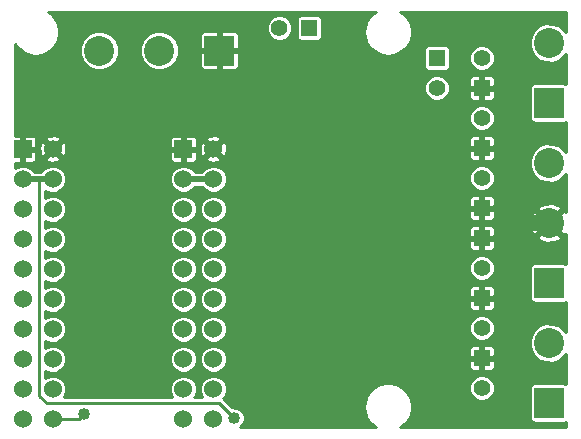
<source format=gbl>
G04 (created by PCBNEW (2013-07-07 BZR 4022)-stable) date 11/10/2013 6:39:55 PM*
%MOIN*%
G04 Gerber Fmt 3.4, Leading zero omitted, Abs format*
%FSLAX34Y34*%
G01*
G70*
G90*
G04 APERTURE LIST*
%ADD10C,0.00590551*%
%ADD11R,0.06X0.06*%
%ADD12C,0.06*%
%ADD13R,0.1X0.1*%
%ADD14C,0.1*%
%ADD15R,0.055X0.055*%
%ADD16C,0.055*%
%ADD17C,0.04*%
%ADD18C,0.065*%
%ADD19C,0.01*%
%ADD20C,0.02*%
%ADD21C,0.0544*%
G04 APERTURE END LIST*
G54D10*
G54D11*
X31450Y-52034D03*
G54D12*
X32450Y-52034D03*
X31450Y-53034D03*
X32450Y-53034D03*
X31450Y-54034D03*
X32450Y-54034D03*
X31450Y-55034D03*
X32450Y-55034D03*
X31450Y-56034D03*
X32450Y-56034D03*
X31450Y-57034D03*
X32450Y-57034D03*
X31450Y-58034D03*
X32450Y-58034D03*
X31450Y-59034D03*
X32450Y-59034D03*
X31450Y-60034D03*
X32450Y-60034D03*
X31450Y-61034D03*
X32450Y-61034D03*
G54D13*
X49000Y-56500D03*
G54D14*
X49000Y-54500D03*
X49000Y-52500D03*
G54D13*
X49000Y-60500D03*
G54D14*
X49000Y-58500D03*
G54D13*
X49000Y-50500D03*
G54D14*
X49000Y-48500D03*
G54D11*
X36800Y-52034D03*
G54D12*
X37800Y-52034D03*
X36800Y-53034D03*
X37800Y-53034D03*
X36800Y-54034D03*
X37800Y-54034D03*
X36800Y-55034D03*
X37800Y-55034D03*
X36800Y-56034D03*
X37800Y-56034D03*
X36800Y-57034D03*
X37800Y-57034D03*
X36800Y-58034D03*
X37800Y-58034D03*
X36800Y-59034D03*
X37800Y-59034D03*
X36800Y-60034D03*
X37800Y-60034D03*
X36800Y-61034D03*
X37800Y-61034D03*
G54D13*
X38000Y-48750D03*
G54D14*
X36000Y-48750D03*
X34000Y-48750D03*
G54D15*
X46750Y-50000D03*
G54D16*
X46750Y-49000D03*
G54D15*
X46750Y-52000D03*
G54D16*
X46750Y-51000D03*
G54D15*
X46750Y-54000D03*
G54D16*
X46750Y-53000D03*
G54D15*
X46750Y-55000D03*
G54D16*
X46750Y-56000D03*
G54D15*
X46750Y-57000D03*
G54D16*
X46750Y-58000D03*
G54D15*
X46750Y-59000D03*
G54D16*
X46750Y-60000D03*
G54D15*
X41000Y-48000D03*
G54D16*
X40000Y-48000D03*
G54D15*
X45250Y-49000D03*
G54D16*
X45250Y-50000D03*
G54D17*
X38500Y-61000D03*
X33500Y-60850D03*
G54D18*
X41825Y-53175D03*
X44500Y-49000D03*
X45000Y-48250D03*
X45500Y-47750D03*
X46000Y-48250D03*
X46500Y-47750D03*
X47000Y-48250D03*
X47500Y-47750D03*
X48000Y-48250D03*
X48250Y-47750D03*
X39500Y-48750D03*
X40250Y-48750D03*
X41000Y-48750D03*
X44250Y-51000D03*
X41750Y-48750D03*
X42500Y-49750D03*
X44500Y-50000D03*
X45750Y-60250D03*
X45750Y-61000D03*
X45000Y-61000D03*
X45000Y-60250D03*
X44750Y-59500D03*
X44000Y-59250D03*
X43250Y-59250D03*
X42500Y-59500D03*
X42000Y-60500D03*
X41500Y-61000D03*
X39500Y-59750D03*
X40000Y-59000D03*
X40750Y-59000D03*
X41000Y-58250D03*
X40250Y-58250D03*
X37000Y-49500D03*
X37000Y-50500D03*
X37500Y-51000D03*
X38000Y-50500D03*
X37500Y-50000D03*
X38500Y-50000D03*
X40375Y-50275D03*
G54D17*
X45125Y-53375D03*
X44625Y-53375D03*
G54D18*
X41825Y-56225D03*
G54D17*
X39725Y-55125D03*
G54D18*
X44425Y-54075D03*
X41825Y-50475D03*
X40375Y-56125D03*
X40925Y-53575D03*
X43725Y-57125D03*
X43675Y-51075D03*
X44525Y-57075D03*
X40225Y-53225D03*
X42875Y-51075D03*
X41025Y-56575D03*
G54D17*
X39325Y-52225D03*
G54D18*
X41075Y-50525D03*
X43625Y-54125D03*
X42925Y-57075D03*
X42875Y-54125D03*
G54D19*
X32000Y-60250D02*
X32000Y-53034D01*
X32250Y-60500D02*
X32000Y-60250D01*
X38000Y-60500D02*
X32250Y-60500D01*
X38500Y-61000D02*
X38000Y-60500D01*
G54D20*
X32450Y-53034D02*
X32000Y-53034D01*
X32000Y-53034D02*
X31450Y-53034D01*
X37800Y-53034D02*
X36800Y-53034D01*
G54D19*
X32450Y-61034D02*
X33316Y-61034D01*
X33316Y-61034D02*
X33500Y-60850D01*
G54D21*
X49000Y-54500D02*
X48250Y-54500D01*
G54D19*
X44500Y-50000D02*
X44500Y-49000D01*
X45000Y-48250D02*
X45500Y-47750D01*
X46000Y-48250D02*
X46500Y-47750D01*
X47000Y-48250D02*
X47500Y-47750D01*
X48000Y-48250D02*
X48250Y-48000D01*
X48250Y-48000D02*
X48250Y-47750D01*
X41000Y-48750D02*
X40250Y-48750D01*
X44500Y-50000D02*
X44250Y-50250D01*
X44250Y-50250D02*
X44250Y-51000D01*
X41750Y-49000D02*
X41750Y-48750D01*
X42500Y-49750D02*
X41750Y-49000D01*
X45000Y-61000D02*
X45750Y-61000D01*
X45000Y-59750D02*
X45000Y-60250D01*
X44750Y-59500D02*
X45000Y-59750D01*
X43250Y-59250D02*
X44000Y-59250D01*
X42500Y-60000D02*
X42500Y-59500D01*
X42000Y-60500D02*
X42500Y-60000D01*
X40750Y-61000D02*
X41500Y-61000D01*
X39500Y-59750D02*
X40750Y-61000D01*
X40750Y-59000D02*
X40000Y-59000D01*
X40250Y-58250D02*
X41000Y-58250D01*
G54D21*
X37000Y-50500D02*
X37000Y-49500D01*
X38000Y-50500D02*
X37500Y-51000D01*
X38500Y-50000D02*
X37500Y-50000D01*
X44625Y-53375D02*
X45125Y-53375D01*
G54D10*
G36*
X49550Y-61300D02*
X47175Y-61300D01*
X47175Y-59915D01*
X47175Y-57915D01*
X47175Y-55915D01*
X47175Y-52915D01*
X47175Y-50915D01*
X47175Y-48915D01*
X47110Y-48759D01*
X46991Y-48639D01*
X46834Y-48575D01*
X46665Y-48574D01*
X46509Y-48639D01*
X46389Y-48758D01*
X46325Y-48915D01*
X46324Y-49084D01*
X46389Y-49240D01*
X46508Y-49360D01*
X46665Y-49424D01*
X46834Y-49425D01*
X46990Y-49360D01*
X47110Y-49241D01*
X47174Y-49084D01*
X47175Y-48915D01*
X47175Y-50915D01*
X47175Y-50915D01*
X47175Y-50304D01*
X47175Y-49695D01*
X47152Y-49640D01*
X47110Y-49597D01*
X47054Y-49575D01*
X46995Y-49574D01*
X46837Y-49575D01*
X46800Y-49612D01*
X46800Y-49950D01*
X47137Y-49950D01*
X47175Y-49912D01*
X47175Y-49695D01*
X47175Y-50304D01*
X47175Y-50087D01*
X47137Y-50050D01*
X46800Y-50050D01*
X46800Y-50387D01*
X46837Y-50425D01*
X46995Y-50425D01*
X47054Y-50424D01*
X47110Y-50402D01*
X47152Y-50359D01*
X47175Y-50304D01*
X47175Y-50915D01*
X47110Y-50759D01*
X46991Y-50639D01*
X46834Y-50575D01*
X46700Y-50574D01*
X46700Y-50387D01*
X46700Y-50050D01*
X46700Y-49950D01*
X46700Y-49612D01*
X46662Y-49575D01*
X46504Y-49574D01*
X46445Y-49575D01*
X46389Y-49597D01*
X46347Y-49640D01*
X46324Y-49695D01*
X46325Y-49912D01*
X46362Y-49950D01*
X46700Y-49950D01*
X46700Y-50050D01*
X46362Y-50050D01*
X46325Y-50087D01*
X46324Y-50304D01*
X46347Y-50359D01*
X46389Y-50402D01*
X46445Y-50424D01*
X46504Y-50425D01*
X46662Y-50425D01*
X46700Y-50387D01*
X46700Y-50574D01*
X46665Y-50574D01*
X46509Y-50639D01*
X46389Y-50758D01*
X46325Y-50915D01*
X46324Y-51084D01*
X46389Y-51240D01*
X46508Y-51360D01*
X46665Y-51424D01*
X46834Y-51425D01*
X46990Y-51360D01*
X47110Y-51241D01*
X47174Y-51084D01*
X47175Y-50915D01*
X47175Y-52915D01*
X47175Y-52915D01*
X47175Y-52304D01*
X47175Y-51695D01*
X47152Y-51640D01*
X47110Y-51597D01*
X47054Y-51575D01*
X46995Y-51574D01*
X46837Y-51575D01*
X46800Y-51612D01*
X46800Y-51950D01*
X47137Y-51950D01*
X47175Y-51912D01*
X47175Y-51695D01*
X47175Y-52304D01*
X47175Y-52087D01*
X47137Y-52050D01*
X46800Y-52050D01*
X46800Y-52387D01*
X46837Y-52425D01*
X46995Y-52425D01*
X47054Y-52424D01*
X47110Y-52402D01*
X47152Y-52359D01*
X47175Y-52304D01*
X47175Y-52915D01*
X47110Y-52759D01*
X46991Y-52639D01*
X46834Y-52575D01*
X46700Y-52574D01*
X46700Y-52387D01*
X46700Y-52050D01*
X46700Y-51950D01*
X46700Y-51612D01*
X46662Y-51575D01*
X46504Y-51574D01*
X46445Y-51575D01*
X46389Y-51597D01*
X46347Y-51640D01*
X46324Y-51695D01*
X46325Y-51912D01*
X46362Y-51950D01*
X46700Y-51950D01*
X46700Y-52050D01*
X46362Y-52050D01*
X46325Y-52087D01*
X46324Y-52304D01*
X46347Y-52359D01*
X46389Y-52402D01*
X46445Y-52424D01*
X46504Y-52425D01*
X46662Y-52425D01*
X46700Y-52387D01*
X46700Y-52574D01*
X46665Y-52574D01*
X46509Y-52639D01*
X46389Y-52758D01*
X46325Y-52915D01*
X46324Y-53084D01*
X46389Y-53240D01*
X46508Y-53360D01*
X46665Y-53424D01*
X46834Y-53425D01*
X46990Y-53360D01*
X47110Y-53241D01*
X47174Y-53084D01*
X47175Y-52915D01*
X47175Y-55915D01*
X47175Y-55915D01*
X47175Y-55304D01*
X47175Y-54695D01*
X47175Y-54304D01*
X47175Y-53695D01*
X47152Y-53640D01*
X47110Y-53597D01*
X47054Y-53575D01*
X46995Y-53574D01*
X46837Y-53575D01*
X46800Y-53612D01*
X46800Y-53950D01*
X47137Y-53950D01*
X47175Y-53912D01*
X47175Y-53695D01*
X47175Y-54304D01*
X47175Y-54087D01*
X47137Y-54050D01*
X46800Y-54050D01*
X46800Y-54387D01*
X46837Y-54425D01*
X46995Y-54425D01*
X47054Y-54424D01*
X47110Y-54402D01*
X47152Y-54359D01*
X47175Y-54304D01*
X47175Y-54695D01*
X47152Y-54640D01*
X47110Y-54597D01*
X47054Y-54575D01*
X46995Y-54574D01*
X46837Y-54575D01*
X46800Y-54612D01*
X46800Y-54950D01*
X47137Y-54950D01*
X47175Y-54912D01*
X47175Y-54695D01*
X47175Y-55304D01*
X47175Y-55087D01*
X47137Y-55050D01*
X46800Y-55050D01*
X46800Y-55387D01*
X46837Y-55425D01*
X46995Y-55425D01*
X47054Y-55424D01*
X47110Y-55402D01*
X47152Y-55359D01*
X47175Y-55304D01*
X47175Y-55915D01*
X47110Y-55759D01*
X46991Y-55639D01*
X46834Y-55575D01*
X46700Y-55574D01*
X46700Y-55387D01*
X46700Y-55050D01*
X46700Y-54950D01*
X46700Y-54612D01*
X46700Y-54387D01*
X46700Y-54050D01*
X46700Y-53950D01*
X46700Y-53612D01*
X46662Y-53575D01*
X46504Y-53574D01*
X46445Y-53575D01*
X46389Y-53597D01*
X46347Y-53640D01*
X46324Y-53695D01*
X46325Y-53912D01*
X46362Y-53950D01*
X46700Y-53950D01*
X46700Y-54050D01*
X46362Y-54050D01*
X46325Y-54087D01*
X46324Y-54304D01*
X46347Y-54359D01*
X46389Y-54402D01*
X46445Y-54424D01*
X46504Y-54425D01*
X46662Y-54425D01*
X46700Y-54387D01*
X46700Y-54612D01*
X46662Y-54575D01*
X46504Y-54574D01*
X46445Y-54575D01*
X46389Y-54597D01*
X46347Y-54640D01*
X46324Y-54695D01*
X46325Y-54912D01*
X46362Y-54950D01*
X46700Y-54950D01*
X46700Y-55050D01*
X46362Y-55050D01*
X46325Y-55087D01*
X46324Y-55304D01*
X46347Y-55359D01*
X46389Y-55402D01*
X46445Y-55424D01*
X46504Y-55425D01*
X46662Y-55425D01*
X46700Y-55387D01*
X46700Y-55574D01*
X46665Y-55574D01*
X46509Y-55639D01*
X46389Y-55758D01*
X46325Y-55915D01*
X46324Y-56084D01*
X46389Y-56240D01*
X46508Y-56360D01*
X46665Y-56424D01*
X46834Y-56425D01*
X46990Y-56360D01*
X47110Y-56241D01*
X47174Y-56084D01*
X47175Y-55915D01*
X47175Y-57915D01*
X47175Y-57915D01*
X47175Y-57304D01*
X47175Y-56695D01*
X47152Y-56640D01*
X47110Y-56597D01*
X47054Y-56575D01*
X46995Y-56574D01*
X46837Y-56575D01*
X46800Y-56612D01*
X46800Y-56950D01*
X47137Y-56950D01*
X47175Y-56912D01*
X47175Y-56695D01*
X47175Y-57304D01*
X47175Y-57087D01*
X47137Y-57050D01*
X46800Y-57050D01*
X46800Y-57387D01*
X46837Y-57425D01*
X46995Y-57425D01*
X47054Y-57424D01*
X47110Y-57402D01*
X47152Y-57359D01*
X47175Y-57304D01*
X47175Y-57915D01*
X47110Y-57759D01*
X46991Y-57639D01*
X46834Y-57575D01*
X46700Y-57574D01*
X46700Y-57387D01*
X46700Y-57050D01*
X46700Y-56950D01*
X46700Y-56612D01*
X46662Y-56575D01*
X46504Y-56574D01*
X46445Y-56575D01*
X46389Y-56597D01*
X46347Y-56640D01*
X46324Y-56695D01*
X46325Y-56912D01*
X46362Y-56950D01*
X46700Y-56950D01*
X46700Y-57050D01*
X46362Y-57050D01*
X46325Y-57087D01*
X46324Y-57304D01*
X46347Y-57359D01*
X46389Y-57402D01*
X46445Y-57424D01*
X46504Y-57425D01*
X46662Y-57425D01*
X46700Y-57387D01*
X46700Y-57574D01*
X46665Y-57574D01*
X46509Y-57639D01*
X46389Y-57758D01*
X46325Y-57915D01*
X46324Y-58084D01*
X46389Y-58240D01*
X46508Y-58360D01*
X46665Y-58424D01*
X46834Y-58425D01*
X46990Y-58360D01*
X47110Y-58241D01*
X47174Y-58084D01*
X47175Y-57915D01*
X47175Y-59915D01*
X47175Y-59915D01*
X47175Y-59304D01*
X47175Y-58695D01*
X47152Y-58640D01*
X47110Y-58597D01*
X47054Y-58575D01*
X46995Y-58574D01*
X46837Y-58575D01*
X46800Y-58612D01*
X46800Y-58950D01*
X47137Y-58950D01*
X47175Y-58912D01*
X47175Y-58695D01*
X47175Y-59304D01*
X47175Y-59087D01*
X47137Y-59050D01*
X46800Y-59050D01*
X46800Y-59387D01*
X46837Y-59425D01*
X46995Y-59425D01*
X47054Y-59424D01*
X47110Y-59402D01*
X47152Y-59359D01*
X47175Y-59304D01*
X47175Y-59915D01*
X47110Y-59759D01*
X46991Y-59639D01*
X46834Y-59575D01*
X46700Y-59574D01*
X46700Y-59387D01*
X46700Y-59050D01*
X46700Y-58950D01*
X46700Y-58612D01*
X46662Y-58575D01*
X46504Y-58574D01*
X46445Y-58575D01*
X46389Y-58597D01*
X46347Y-58640D01*
X46324Y-58695D01*
X46325Y-58912D01*
X46362Y-58950D01*
X46700Y-58950D01*
X46700Y-59050D01*
X46362Y-59050D01*
X46325Y-59087D01*
X46324Y-59304D01*
X46347Y-59359D01*
X46389Y-59402D01*
X46445Y-59424D01*
X46504Y-59425D01*
X46662Y-59425D01*
X46700Y-59387D01*
X46700Y-59574D01*
X46665Y-59574D01*
X46509Y-59639D01*
X46389Y-59758D01*
X46325Y-59915D01*
X46324Y-60084D01*
X46389Y-60240D01*
X46508Y-60360D01*
X46665Y-60424D01*
X46834Y-60425D01*
X46990Y-60360D01*
X47110Y-60241D01*
X47174Y-60084D01*
X47175Y-59915D01*
X47175Y-61300D01*
X45675Y-61300D01*
X45675Y-49915D01*
X45675Y-49915D01*
X45675Y-49245D01*
X45675Y-48695D01*
X45652Y-48640D01*
X45610Y-48597D01*
X45554Y-48575D01*
X45495Y-48574D01*
X44945Y-48574D01*
X44890Y-48597D01*
X44847Y-48639D01*
X44825Y-48695D01*
X44824Y-48754D01*
X44824Y-49304D01*
X44847Y-49359D01*
X44889Y-49402D01*
X44945Y-49424D01*
X45004Y-49425D01*
X45554Y-49425D01*
X45609Y-49402D01*
X45652Y-49360D01*
X45674Y-49304D01*
X45675Y-49245D01*
X45675Y-49915D01*
X45610Y-49759D01*
X45491Y-49639D01*
X45334Y-49575D01*
X45165Y-49574D01*
X45009Y-49639D01*
X44889Y-49758D01*
X44825Y-49915D01*
X44824Y-50084D01*
X44889Y-50240D01*
X45008Y-50360D01*
X45165Y-50424D01*
X45334Y-50425D01*
X45490Y-50360D01*
X45610Y-50241D01*
X45674Y-50084D01*
X45675Y-49915D01*
X45675Y-61300D01*
X44034Y-61300D01*
X44160Y-61215D01*
X44215Y-61160D01*
X44215Y-61159D01*
X44344Y-60966D01*
X44345Y-60965D01*
X44375Y-60893D01*
X44421Y-60664D01*
X44421Y-60663D01*
X44421Y-60663D01*
X44421Y-60625D01*
X44421Y-60586D01*
X44421Y-60586D01*
X44421Y-60585D01*
X44375Y-60356D01*
X44345Y-60284D01*
X44344Y-60283D01*
X44215Y-60090D01*
X44215Y-60089D01*
X44160Y-60034D01*
X43965Y-59904D01*
X43893Y-59874D01*
X43892Y-59874D01*
X43664Y-59828D01*
X43663Y-59828D01*
X43585Y-59828D01*
X43356Y-59874D01*
X43284Y-59904D01*
X43283Y-59905D01*
X43090Y-60034D01*
X43089Y-60034D01*
X43034Y-60089D01*
X42904Y-60284D01*
X42874Y-60356D01*
X42874Y-60357D01*
X42828Y-60585D01*
X42828Y-60585D01*
X42828Y-60586D01*
X42828Y-60625D01*
X42828Y-60663D01*
X42828Y-60664D01*
X42828Y-60664D01*
X42874Y-60892D01*
X42874Y-60893D01*
X42904Y-60965D01*
X43034Y-61160D01*
X43089Y-61215D01*
X43090Y-61215D01*
X43216Y-61300D01*
X41425Y-61300D01*
X41425Y-48245D01*
X41425Y-47695D01*
X41402Y-47640D01*
X41360Y-47597D01*
X41304Y-47575D01*
X41245Y-47574D01*
X40695Y-47574D01*
X40640Y-47597D01*
X40597Y-47639D01*
X40575Y-47695D01*
X40574Y-47754D01*
X40574Y-48304D01*
X40597Y-48359D01*
X40639Y-48402D01*
X40695Y-48424D01*
X40754Y-48425D01*
X41304Y-48425D01*
X41359Y-48402D01*
X41402Y-48360D01*
X41424Y-48304D01*
X41425Y-48245D01*
X41425Y-61300D01*
X40425Y-61300D01*
X40425Y-47915D01*
X40360Y-47759D01*
X40241Y-47639D01*
X40084Y-47575D01*
X39915Y-47574D01*
X39759Y-47639D01*
X39639Y-47758D01*
X39575Y-47915D01*
X39574Y-48084D01*
X39639Y-48240D01*
X39758Y-48360D01*
X39915Y-48424D01*
X40084Y-48425D01*
X40240Y-48360D01*
X40360Y-48241D01*
X40424Y-48084D01*
X40425Y-47915D01*
X40425Y-61300D01*
X38690Y-61300D01*
X38698Y-61296D01*
X38796Y-61198D01*
X38849Y-61069D01*
X38850Y-60930D01*
X38796Y-60802D01*
X38698Y-60703D01*
X38650Y-60683D01*
X38650Y-49220D01*
X38650Y-48279D01*
X38649Y-48220D01*
X38627Y-48164D01*
X38584Y-48122D01*
X38529Y-48099D01*
X38087Y-48100D01*
X38050Y-48137D01*
X38050Y-48700D01*
X38612Y-48700D01*
X38650Y-48662D01*
X38650Y-48279D01*
X38650Y-49220D01*
X38650Y-48837D01*
X38612Y-48800D01*
X38050Y-48800D01*
X38050Y-49362D01*
X38087Y-49400D01*
X38529Y-49400D01*
X38584Y-49377D01*
X38627Y-49335D01*
X38649Y-49279D01*
X38650Y-49220D01*
X38650Y-60683D01*
X38569Y-60650D01*
X38432Y-60649D01*
X38255Y-60472D01*
X38255Y-52091D01*
X38242Y-51913D01*
X38198Y-51806D01*
X38131Y-51773D01*
X38060Y-51844D01*
X38060Y-51702D01*
X38027Y-51635D01*
X37950Y-51609D01*
X37950Y-49362D01*
X37950Y-48800D01*
X37950Y-48700D01*
X37950Y-48137D01*
X37912Y-48100D01*
X37470Y-48099D01*
X37415Y-48122D01*
X37372Y-48164D01*
X37350Y-48220D01*
X37349Y-48279D01*
X37350Y-48662D01*
X37387Y-48700D01*
X37950Y-48700D01*
X37950Y-48800D01*
X37387Y-48800D01*
X37350Y-48837D01*
X37349Y-49220D01*
X37350Y-49279D01*
X37372Y-49335D01*
X37415Y-49377D01*
X37470Y-49400D01*
X37912Y-49400D01*
X37950Y-49362D01*
X37950Y-51609D01*
X37857Y-51578D01*
X37679Y-51591D01*
X37572Y-51635D01*
X37539Y-51702D01*
X37800Y-51963D01*
X38060Y-51702D01*
X38060Y-51844D01*
X37870Y-52034D01*
X38131Y-52294D01*
X38198Y-52261D01*
X38255Y-52091D01*
X38255Y-60472D01*
X38141Y-60358D01*
X38123Y-60346D01*
X38181Y-60289D01*
X38249Y-60123D01*
X38250Y-59944D01*
X38250Y-58944D01*
X38250Y-57944D01*
X38250Y-56944D01*
X38250Y-55944D01*
X38250Y-54944D01*
X38250Y-53944D01*
X38250Y-52944D01*
X38181Y-52779D01*
X38060Y-52657D01*
X38060Y-52365D01*
X37800Y-52104D01*
X37729Y-52175D01*
X37729Y-52034D01*
X37468Y-51773D01*
X37401Y-51806D01*
X37344Y-51976D01*
X37357Y-52154D01*
X37401Y-52261D01*
X37468Y-52294D01*
X37729Y-52034D01*
X37729Y-52175D01*
X37539Y-52365D01*
X37572Y-52432D01*
X37742Y-52489D01*
X37920Y-52476D01*
X38027Y-52432D01*
X38060Y-52365D01*
X38060Y-52657D01*
X38055Y-52652D01*
X37889Y-52584D01*
X37710Y-52583D01*
X37545Y-52652D01*
X37418Y-52778D01*
X37416Y-52784D01*
X37250Y-52784D01*
X37250Y-52363D01*
X37250Y-51704D01*
X37227Y-51649D01*
X37185Y-51606D01*
X37129Y-51584D01*
X37070Y-51583D01*
X36887Y-51584D01*
X36850Y-51621D01*
X36850Y-51984D01*
X37212Y-51984D01*
X37250Y-51946D01*
X37250Y-51704D01*
X37250Y-52363D01*
X37250Y-52121D01*
X37212Y-52084D01*
X36850Y-52084D01*
X36850Y-52446D01*
X36887Y-52484D01*
X37070Y-52484D01*
X37129Y-52483D01*
X37185Y-52461D01*
X37227Y-52418D01*
X37250Y-52363D01*
X37250Y-52784D01*
X37183Y-52784D01*
X37181Y-52779D01*
X37055Y-52652D01*
X36889Y-52584D01*
X36750Y-52583D01*
X36750Y-52446D01*
X36750Y-52084D01*
X36750Y-51984D01*
X36750Y-51621D01*
X36712Y-51584D01*
X36650Y-51583D01*
X36650Y-48621D01*
X36551Y-48382D01*
X36368Y-48199D01*
X36129Y-48100D01*
X35871Y-48099D01*
X35632Y-48198D01*
X35449Y-48381D01*
X35350Y-48620D01*
X35349Y-48878D01*
X35448Y-49117D01*
X35631Y-49300D01*
X35870Y-49399D01*
X36128Y-49400D01*
X36367Y-49301D01*
X36550Y-49118D01*
X36649Y-48879D01*
X36650Y-48621D01*
X36650Y-51583D01*
X36529Y-51583D01*
X36470Y-51584D01*
X36414Y-51606D01*
X36372Y-51649D01*
X36349Y-51704D01*
X36350Y-51946D01*
X36387Y-51984D01*
X36750Y-51984D01*
X36750Y-52084D01*
X36387Y-52084D01*
X36350Y-52121D01*
X36349Y-52363D01*
X36372Y-52418D01*
X36414Y-52461D01*
X36470Y-52483D01*
X36529Y-52484D01*
X36712Y-52484D01*
X36750Y-52446D01*
X36750Y-52583D01*
X36710Y-52583D01*
X36545Y-52652D01*
X36418Y-52778D01*
X36350Y-52944D01*
X36349Y-53123D01*
X36418Y-53288D01*
X36544Y-53415D01*
X36710Y-53483D01*
X36889Y-53484D01*
X37054Y-53415D01*
X37181Y-53289D01*
X37183Y-53284D01*
X37416Y-53284D01*
X37418Y-53288D01*
X37544Y-53415D01*
X37710Y-53483D01*
X37889Y-53484D01*
X38054Y-53415D01*
X38181Y-53289D01*
X38249Y-53123D01*
X38250Y-52944D01*
X38250Y-53944D01*
X38181Y-53779D01*
X38055Y-53652D01*
X37889Y-53584D01*
X37710Y-53583D01*
X37545Y-53652D01*
X37418Y-53778D01*
X37350Y-53944D01*
X37349Y-54123D01*
X37418Y-54288D01*
X37544Y-54415D01*
X37710Y-54483D01*
X37889Y-54484D01*
X38054Y-54415D01*
X38181Y-54289D01*
X38249Y-54123D01*
X38250Y-53944D01*
X38250Y-54944D01*
X38181Y-54779D01*
X38055Y-54652D01*
X37889Y-54584D01*
X37710Y-54583D01*
X37545Y-54652D01*
X37418Y-54778D01*
X37350Y-54944D01*
X37349Y-55123D01*
X37418Y-55288D01*
X37544Y-55415D01*
X37710Y-55483D01*
X37889Y-55484D01*
X38054Y-55415D01*
X38181Y-55289D01*
X38249Y-55123D01*
X38250Y-54944D01*
X38250Y-55944D01*
X38181Y-55779D01*
X38055Y-55652D01*
X37889Y-55584D01*
X37710Y-55583D01*
X37545Y-55652D01*
X37418Y-55778D01*
X37350Y-55944D01*
X37349Y-56123D01*
X37418Y-56288D01*
X37544Y-56415D01*
X37710Y-56483D01*
X37889Y-56484D01*
X38054Y-56415D01*
X38181Y-56289D01*
X38249Y-56123D01*
X38250Y-55944D01*
X38250Y-56944D01*
X38181Y-56779D01*
X38055Y-56652D01*
X37889Y-56584D01*
X37710Y-56583D01*
X37545Y-56652D01*
X37418Y-56778D01*
X37350Y-56944D01*
X37349Y-57123D01*
X37418Y-57288D01*
X37544Y-57415D01*
X37710Y-57483D01*
X37889Y-57484D01*
X38054Y-57415D01*
X38181Y-57289D01*
X38249Y-57123D01*
X38250Y-56944D01*
X38250Y-57944D01*
X38181Y-57779D01*
X38055Y-57652D01*
X37889Y-57584D01*
X37710Y-57583D01*
X37545Y-57652D01*
X37418Y-57778D01*
X37350Y-57944D01*
X37349Y-58123D01*
X37418Y-58288D01*
X37544Y-58415D01*
X37710Y-58483D01*
X37889Y-58484D01*
X38054Y-58415D01*
X38181Y-58289D01*
X38249Y-58123D01*
X38250Y-57944D01*
X38250Y-58944D01*
X38181Y-58779D01*
X38055Y-58652D01*
X37889Y-58584D01*
X37710Y-58583D01*
X37545Y-58652D01*
X37418Y-58778D01*
X37350Y-58944D01*
X37349Y-59123D01*
X37418Y-59288D01*
X37544Y-59415D01*
X37710Y-59483D01*
X37889Y-59484D01*
X38054Y-59415D01*
X38181Y-59289D01*
X38249Y-59123D01*
X38250Y-58944D01*
X38250Y-59944D01*
X38181Y-59779D01*
X38055Y-59652D01*
X37889Y-59584D01*
X37710Y-59583D01*
X37545Y-59652D01*
X37418Y-59778D01*
X37350Y-59944D01*
X37349Y-60123D01*
X37418Y-60288D01*
X37429Y-60300D01*
X37170Y-60300D01*
X37181Y-60289D01*
X37249Y-60123D01*
X37250Y-59944D01*
X37250Y-58944D01*
X37250Y-57944D01*
X37250Y-56944D01*
X37250Y-55944D01*
X37250Y-54944D01*
X37250Y-53944D01*
X37181Y-53779D01*
X37055Y-53652D01*
X36889Y-53584D01*
X36710Y-53583D01*
X36545Y-53652D01*
X36418Y-53778D01*
X36350Y-53944D01*
X36349Y-54123D01*
X36418Y-54288D01*
X36544Y-54415D01*
X36710Y-54483D01*
X36889Y-54484D01*
X37054Y-54415D01*
X37181Y-54289D01*
X37249Y-54123D01*
X37250Y-53944D01*
X37250Y-54944D01*
X37181Y-54779D01*
X37055Y-54652D01*
X36889Y-54584D01*
X36710Y-54583D01*
X36545Y-54652D01*
X36418Y-54778D01*
X36350Y-54944D01*
X36349Y-55123D01*
X36418Y-55288D01*
X36544Y-55415D01*
X36710Y-55483D01*
X36889Y-55484D01*
X37054Y-55415D01*
X37181Y-55289D01*
X37249Y-55123D01*
X37250Y-54944D01*
X37250Y-55944D01*
X37181Y-55779D01*
X37055Y-55652D01*
X36889Y-55584D01*
X36710Y-55583D01*
X36545Y-55652D01*
X36418Y-55778D01*
X36350Y-55944D01*
X36349Y-56123D01*
X36418Y-56288D01*
X36544Y-56415D01*
X36710Y-56483D01*
X36889Y-56484D01*
X37054Y-56415D01*
X37181Y-56289D01*
X37249Y-56123D01*
X37250Y-55944D01*
X37250Y-56944D01*
X37181Y-56779D01*
X37055Y-56652D01*
X36889Y-56584D01*
X36710Y-56583D01*
X36545Y-56652D01*
X36418Y-56778D01*
X36350Y-56944D01*
X36349Y-57123D01*
X36418Y-57288D01*
X36544Y-57415D01*
X36710Y-57483D01*
X36889Y-57484D01*
X37054Y-57415D01*
X37181Y-57289D01*
X37249Y-57123D01*
X37250Y-56944D01*
X37250Y-57944D01*
X37181Y-57779D01*
X37055Y-57652D01*
X36889Y-57584D01*
X36710Y-57583D01*
X36545Y-57652D01*
X36418Y-57778D01*
X36350Y-57944D01*
X36349Y-58123D01*
X36418Y-58288D01*
X36544Y-58415D01*
X36710Y-58483D01*
X36889Y-58484D01*
X37054Y-58415D01*
X37181Y-58289D01*
X37249Y-58123D01*
X37250Y-57944D01*
X37250Y-58944D01*
X37181Y-58779D01*
X37055Y-58652D01*
X36889Y-58584D01*
X36710Y-58583D01*
X36545Y-58652D01*
X36418Y-58778D01*
X36350Y-58944D01*
X36349Y-59123D01*
X36418Y-59288D01*
X36544Y-59415D01*
X36710Y-59483D01*
X36889Y-59484D01*
X37054Y-59415D01*
X37181Y-59289D01*
X37249Y-59123D01*
X37250Y-58944D01*
X37250Y-59944D01*
X37181Y-59779D01*
X37055Y-59652D01*
X36889Y-59584D01*
X36710Y-59583D01*
X36545Y-59652D01*
X36418Y-59778D01*
X36350Y-59944D01*
X36349Y-60123D01*
X36418Y-60288D01*
X36429Y-60300D01*
X34650Y-60300D01*
X34650Y-48621D01*
X34551Y-48382D01*
X34368Y-48199D01*
X34129Y-48100D01*
X33871Y-48099D01*
X33632Y-48198D01*
X33449Y-48381D01*
X33350Y-48620D01*
X33349Y-48878D01*
X33448Y-49117D01*
X33631Y-49300D01*
X33870Y-49399D01*
X34128Y-49400D01*
X34367Y-49301D01*
X34550Y-49118D01*
X34649Y-48879D01*
X34650Y-48621D01*
X34650Y-60300D01*
X32905Y-60300D01*
X32905Y-52091D01*
X32892Y-51913D01*
X32848Y-51806D01*
X32781Y-51773D01*
X32710Y-51844D01*
X32710Y-51702D01*
X32677Y-51635D01*
X32507Y-51578D01*
X32329Y-51591D01*
X32222Y-51635D01*
X32189Y-51702D01*
X32450Y-51963D01*
X32710Y-51702D01*
X32710Y-51844D01*
X32520Y-52034D01*
X32781Y-52294D01*
X32848Y-52261D01*
X32905Y-52091D01*
X32905Y-60300D01*
X32820Y-60300D01*
X32831Y-60289D01*
X32899Y-60123D01*
X32900Y-59944D01*
X32831Y-59779D01*
X32705Y-59652D01*
X32539Y-59584D01*
X32360Y-59583D01*
X32200Y-59650D01*
X32200Y-59417D01*
X32360Y-59483D01*
X32539Y-59484D01*
X32704Y-59415D01*
X32831Y-59289D01*
X32899Y-59123D01*
X32900Y-58944D01*
X32831Y-58779D01*
X32705Y-58652D01*
X32539Y-58584D01*
X32360Y-58583D01*
X32200Y-58650D01*
X32200Y-58417D01*
X32360Y-58483D01*
X32539Y-58484D01*
X32704Y-58415D01*
X32831Y-58289D01*
X32899Y-58123D01*
X32900Y-57944D01*
X32831Y-57779D01*
X32705Y-57652D01*
X32539Y-57584D01*
X32360Y-57583D01*
X32200Y-57650D01*
X32200Y-57417D01*
X32360Y-57483D01*
X32539Y-57484D01*
X32704Y-57415D01*
X32831Y-57289D01*
X32899Y-57123D01*
X32900Y-56944D01*
X32831Y-56779D01*
X32705Y-56652D01*
X32539Y-56584D01*
X32360Y-56583D01*
X32200Y-56650D01*
X32200Y-56417D01*
X32360Y-56483D01*
X32539Y-56484D01*
X32704Y-56415D01*
X32831Y-56289D01*
X32899Y-56123D01*
X32900Y-55944D01*
X32831Y-55779D01*
X32705Y-55652D01*
X32539Y-55584D01*
X32360Y-55583D01*
X32200Y-55650D01*
X32200Y-55417D01*
X32360Y-55483D01*
X32539Y-55484D01*
X32704Y-55415D01*
X32831Y-55289D01*
X32899Y-55123D01*
X32900Y-54944D01*
X32831Y-54779D01*
X32705Y-54652D01*
X32539Y-54584D01*
X32360Y-54583D01*
X32200Y-54650D01*
X32200Y-54417D01*
X32360Y-54483D01*
X32539Y-54484D01*
X32704Y-54415D01*
X32831Y-54289D01*
X32899Y-54123D01*
X32900Y-53944D01*
X32831Y-53779D01*
X32705Y-53652D01*
X32539Y-53584D01*
X32360Y-53583D01*
X32200Y-53650D01*
X32200Y-53417D01*
X32360Y-53483D01*
X32539Y-53484D01*
X32704Y-53415D01*
X32831Y-53289D01*
X32899Y-53123D01*
X32900Y-52944D01*
X32831Y-52779D01*
X32710Y-52657D01*
X32710Y-52365D01*
X32450Y-52104D01*
X32379Y-52175D01*
X32379Y-52034D01*
X32118Y-51773D01*
X32051Y-51806D01*
X31994Y-51976D01*
X32007Y-52154D01*
X32051Y-52261D01*
X32118Y-52294D01*
X32379Y-52034D01*
X32379Y-52175D01*
X32189Y-52365D01*
X32222Y-52432D01*
X32392Y-52489D01*
X32570Y-52476D01*
X32677Y-52432D01*
X32710Y-52365D01*
X32710Y-52657D01*
X32705Y-52652D01*
X32539Y-52584D01*
X32360Y-52583D01*
X32195Y-52652D01*
X32068Y-52778D01*
X32066Y-52784D01*
X32000Y-52784D01*
X31900Y-52784D01*
X31900Y-52363D01*
X31900Y-51704D01*
X31877Y-51649D01*
X31835Y-51606D01*
X31779Y-51584D01*
X31720Y-51583D01*
X31537Y-51584D01*
X31500Y-51621D01*
X31500Y-51984D01*
X31862Y-51984D01*
X31900Y-51946D01*
X31900Y-51704D01*
X31900Y-52363D01*
X31900Y-52121D01*
X31862Y-52084D01*
X31500Y-52084D01*
X31500Y-52446D01*
X31537Y-52484D01*
X31720Y-52484D01*
X31779Y-52483D01*
X31835Y-52461D01*
X31877Y-52418D01*
X31900Y-52363D01*
X31900Y-52784D01*
X31833Y-52784D01*
X31831Y-52779D01*
X31705Y-52652D01*
X31539Y-52584D01*
X31360Y-52583D01*
X31200Y-52650D01*
X31200Y-52484D01*
X31362Y-52484D01*
X31400Y-52446D01*
X31400Y-52084D01*
X31392Y-52084D01*
X31392Y-51984D01*
X31400Y-51984D01*
X31400Y-51621D01*
X31362Y-51584D01*
X31200Y-51583D01*
X31200Y-48534D01*
X31284Y-48660D01*
X31339Y-48715D01*
X31340Y-48715D01*
X31533Y-48844D01*
X31534Y-48845D01*
X31606Y-48875D01*
X31835Y-48921D01*
X31913Y-48921D01*
X31914Y-48921D01*
X32142Y-48875D01*
X32143Y-48875D01*
X32215Y-48845D01*
X32410Y-48715D01*
X32465Y-48660D01*
X32465Y-48659D01*
X32594Y-48466D01*
X32595Y-48465D01*
X32625Y-48393D01*
X32671Y-48164D01*
X32671Y-48163D01*
X32671Y-48163D01*
X32671Y-48125D01*
X32671Y-48086D01*
X32671Y-48086D01*
X32671Y-48085D01*
X32625Y-47856D01*
X32595Y-47784D01*
X32594Y-47783D01*
X32465Y-47590D01*
X32465Y-47589D01*
X32410Y-47534D01*
X32284Y-47450D01*
X43216Y-47450D01*
X43090Y-47534D01*
X43089Y-47534D01*
X43034Y-47589D01*
X42904Y-47784D01*
X42874Y-47856D01*
X42874Y-47857D01*
X42828Y-48085D01*
X42828Y-48085D01*
X42828Y-48086D01*
X42828Y-48125D01*
X42828Y-48163D01*
X42828Y-48164D01*
X42828Y-48164D01*
X42874Y-48392D01*
X42874Y-48393D01*
X42904Y-48465D01*
X43034Y-48660D01*
X43089Y-48715D01*
X43090Y-48715D01*
X43283Y-48844D01*
X43284Y-48845D01*
X43356Y-48875D01*
X43585Y-48921D01*
X43663Y-48921D01*
X43664Y-48921D01*
X43892Y-48875D01*
X43893Y-48875D01*
X43965Y-48845D01*
X44160Y-48715D01*
X44215Y-48660D01*
X44215Y-48659D01*
X44344Y-48466D01*
X44345Y-48465D01*
X44375Y-48393D01*
X44421Y-48164D01*
X44421Y-48163D01*
X44421Y-48163D01*
X44421Y-48125D01*
X44421Y-48086D01*
X44421Y-48086D01*
X44421Y-48085D01*
X44375Y-47856D01*
X44345Y-47784D01*
X44344Y-47783D01*
X44215Y-47590D01*
X44215Y-47589D01*
X44160Y-47534D01*
X44034Y-47450D01*
X49550Y-47450D01*
X49550Y-48130D01*
X49368Y-47949D01*
X49129Y-47850D01*
X48871Y-47849D01*
X48632Y-47948D01*
X48449Y-48131D01*
X48350Y-48370D01*
X48349Y-48628D01*
X48448Y-48867D01*
X48631Y-49050D01*
X48870Y-49149D01*
X49128Y-49150D01*
X49367Y-49051D01*
X49550Y-48869D01*
X49550Y-49858D01*
X49529Y-49850D01*
X49470Y-49849D01*
X48470Y-49849D01*
X48415Y-49872D01*
X48372Y-49914D01*
X48350Y-49970D01*
X48349Y-50029D01*
X48349Y-51029D01*
X48372Y-51084D01*
X48414Y-51127D01*
X48470Y-51149D01*
X48529Y-51150D01*
X49529Y-51150D01*
X49550Y-51141D01*
X49550Y-52130D01*
X49368Y-51949D01*
X49129Y-51850D01*
X48871Y-51849D01*
X48632Y-51948D01*
X48449Y-52131D01*
X48350Y-52370D01*
X48349Y-52628D01*
X48448Y-52867D01*
X48631Y-53050D01*
X48870Y-53149D01*
X49128Y-53150D01*
X49367Y-53051D01*
X49550Y-52869D01*
X49550Y-54142D01*
X49476Y-54094D01*
X49405Y-54165D01*
X49405Y-54023D01*
X49347Y-53935D01*
X49105Y-53845D01*
X48847Y-53855D01*
X48652Y-53935D01*
X48594Y-54023D01*
X49000Y-54429D01*
X49405Y-54023D01*
X49405Y-54165D01*
X49070Y-54500D01*
X49476Y-54905D01*
X49550Y-54857D01*
X49550Y-55858D01*
X49529Y-55850D01*
X49470Y-55849D01*
X49405Y-55849D01*
X49405Y-54976D01*
X49000Y-54570D01*
X48929Y-54641D01*
X48929Y-54500D01*
X48523Y-54094D01*
X48435Y-54152D01*
X48345Y-54394D01*
X48355Y-54652D01*
X48435Y-54847D01*
X48523Y-54905D01*
X48929Y-54500D01*
X48929Y-54641D01*
X48594Y-54976D01*
X48652Y-55064D01*
X48894Y-55154D01*
X49152Y-55144D01*
X49347Y-55064D01*
X49405Y-54976D01*
X49405Y-55849D01*
X48470Y-55849D01*
X48415Y-55872D01*
X48372Y-55914D01*
X48350Y-55970D01*
X48349Y-56029D01*
X48349Y-57029D01*
X48372Y-57084D01*
X48414Y-57127D01*
X48470Y-57149D01*
X48529Y-57150D01*
X49529Y-57150D01*
X49550Y-57141D01*
X49550Y-58130D01*
X49368Y-57949D01*
X49129Y-57850D01*
X48871Y-57849D01*
X48632Y-57948D01*
X48449Y-58131D01*
X48350Y-58370D01*
X48349Y-58628D01*
X48448Y-58867D01*
X48631Y-59050D01*
X48870Y-59149D01*
X49128Y-59150D01*
X49367Y-59051D01*
X49550Y-58869D01*
X49550Y-59858D01*
X49529Y-59850D01*
X49470Y-59849D01*
X48470Y-59849D01*
X48415Y-59872D01*
X48372Y-59914D01*
X48350Y-59970D01*
X48349Y-60029D01*
X48349Y-61029D01*
X48372Y-61084D01*
X48414Y-61127D01*
X48470Y-61149D01*
X48529Y-61150D01*
X49529Y-61150D01*
X49550Y-61141D01*
X49550Y-61300D01*
X49550Y-61300D01*
G37*
G54D19*
X49550Y-61300D02*
X47175Y-61300D01*
X47175Y-59915D01*
X47175Y-57915D01*
X47175Y-55915D01*
X47175Y-52915D01*
X47175Y-50915D01*
X47175Y-48915D01*
X47110Y-48759D01*
X46991Y-48639D01*
X46834Y-48575D01*
X46665Y-48574D01*
X46509Y-48639D01*
X46389Y-48758D01*
X46325Y-48915D01*
X46324Y-49084D01*
X46389Y-49240D01*
X46508Y-49360D01*
X46665Y-49424D01*
X46834Y-49425D01*
X46990Y-49360D01*
X47110Y-49241D01*
X47174Y-49084D01*
X47175Y-48915D01*
X47175Y-50915D01*
X47175Y-50915D01*
X47175Y-50304D01*
X47175Y-49695D01*
X47152Y-49640D01*
X47110Y-49597D01*
X47054Y-49575D01*
X46995Y-49574D01*
X46837Y-49575D01*
X46800Y-49612D01*
X46800Y-49950D01*
X47137Y-49950D01*
X47175Y-49912D01*
X47175Y-49695D01*
X47175Y-50304D01*
X47175Y-50087D01*
X47137Y-50050D01*
X46800Y-50050D01*
X46800Y-50387D01*
X46837Y-50425D01*
X46995Y-50425D01*
X47054Y-50424D01*
X47110Y-50402D01*
X47152Y-50359D01*
X47175Y-50304D01*
X47175Y-50915D01*
X47110Y-50759D01*
X46991Y-50639D01*
X46834Y-50575D01*
X46700Y-50574D01*
X46700Y-50387D01*
X46700Y-50050D01*
X46700Y-49950D01*
X46700Y-49612D01*
X46662Y-49575D01*
X46504Y-49574D01*
X46445Y-49575D01*
X46389Y-49597D01*
X46347Y-49640D01*
X46324Y-49695D01*
X46325Y-49912D01*
X46362Y-49950D01*
X46700Y-49950D01*
X46700Y-50050D01*
X46362Y-50050D01*
X46325Y-50087D01*
X46324Y-50304D01*
X46347Y-50359D01*
X46389Y-50402D01*
X46445Y-50424D01*
X46504Y-50425D01*
X46662Y-50425D01*
X46700Y-50387D01*
X46700Y-50574D01*
X46665Y-50574D01*
X46509Y-50639D01*
X46389Y-50758D01*
X46325Y-50915D01*
X46324Y-51084D01*
X46389Y-51240D01*
X46508Y-51360D01*
X46665Y-51424D01*
X46834Y-51425D01*
X46990Y-51360D01*
X47110Y-51241D01*
X47174Y-51084D01*
X47175Y-50915D01*
X47175Y-52915D01*
X47175Y-52915D01*
X47175Y-52304D01*
X47175Y-51695D01*
X47152Y-51640D01*
X47110Y-51597D01*
X47054Y-51575D01*
X46995Y-51574D01*
X46837Y-51575D01*
X46800Y-51612D01*
X46800Y-51950D01*
X47137Y-51950D01*
X47175Y-51912D01*
X47175Y-51695D01*
X47175Y-52304D01*
X47175Y-52087D01*
X47137Y-52050D01*
X46800Y-52050D01*
X46800Y-52387D01*
X46837Y-52425D01*
X46995Y-52425D01*
X47054Y-52424D01*
X47110Y-52402D01*
X47152Y-52359D01*
X47175Y-52304D01*
X47175Y-52915D01*
X47110Y-52759D01*
X46991Y-52639D01*
X46834Y-52575D01*
X46700Y-52574D01*
X46700Y-52387D01*
X46700Y-52050D01*
X46700Y-51950D01*
X46700Y-51612D01*
X46662Y-51575D01*
X46504Y-51574D01*
X46445Y-51575D01*
X46389Y-51597D01*
X46347Y-51640D01*
X46324Y-51695D01*
X46325Y-51912D01*
X46362Y-51950D01*
X46700Y-51950D01*
X46700Y-52050D01*
X46362Y-52050D01*
X46325Y-52087D01*
X46324Y-52304D01*
X46347Y-52359D01*
X46389Y-52402D01*
X46445Y-52424D01*
X46504Y-52425D01*
X46662Y-52425D01*
X46700Y-52387D01*
X46700Y-52574D01*
X46665Y-52574D01*
X46509Y-52639D01*
X46389Y-52758D01*
X46325Y-52915D01*
X46324Y-53084D01*
X46389Y-53240D01*
X46508Y-53360D01*
X46665Y-53424D01*
X46834Y-53425D01*
X46990Y-53360D01*
X47110Y-53241D01*
X47174Y-53084D01*
X47175Y-52915D01*
X47175Y-55915D01*
X47175Y-55915D01*
X47175Y-55304D01*
X47175Y-54695D01*
X47175Y-54304D01*
X47175Y-53695D01*
X47152Y-53640D01*
X47110Y-53597D01*
X47054Y-53575D01*
X46995Y-53574D01*
X46837Y-53575D01*
X46800Y-53612D01*
X46800Y-53950D01*
X47137Y-53950D01*
X47175Y-53912D01*
X47175Y-53695D01*
X47175Y-54304D01*
X47175Y-54087D01*
X47137Y-54050D01*
X46800Y-54050D01*
X46800Y-54387D01*
X46837Y-54425D01*
X46995Y-54425D01*
X47054Y-54424D01*
X47110Y-54402D01*
X47152Y-54359D01*
X47175Y-54304D01*
X47175Y-54695D01*
X47152Y-54640D01*
X47110Y-54597D01*
X47054Y-54575D01*
X46995Y-54574D01*
X46837Y-54575D01*
X46800Y-54612D01*
X46800Y-54950D01*
X47137Y-54950D01*
X47175Y-54912D01*
X47175Y-54695D01*
X47175Y-55304D01*
X47175Y-55087D01*
X47137Y-55050D01*
X46800Y-55050D01*
X46800Y-55387D01*
X46837Y-55425D01*
X46995Y-55425D01*
X47054Y-55424D01*
X47110Y-55402D01*
X47152Y-55359D01*
X47175Y-55304D01*
X47175Y-55915D01*
X47110Y-55759D01*
X46991Y-55639D01*
X46834Y-55575D01*
X46700Y-55574D01*
X46700Y-55387D01*
X46700Y-55050D01*
X46700Y-54950D01*
X46700Y-54612D01*
X46700Y-54387D01*
X46700Y-54050D01*
X46700Y-53950D01*
X46700Y-53612D01*
X46662Y-53575D01*
X46504Y-53574D01*
X46445Y-53575D01*
X46389Y-53597D01*
X46347Y-53640D01*
X46324Y-53695D01*
X46325Y-53912D01*
X46362Y-53950D01*
X46700Y-53950D01*
X46700Y-54050D01*
X46362Y-54050D01*
X46325Y-54087D01*
X46324Y-54304D01*
X46347Y-54359D01*
X46389Y-54402D01*
X46445Y-54424D01*
X46504Y-54425D01*
X46662Y-54425D01*
X46700Y-54387D01*
X46700Y-54612D01*
X46662Y-54575D01*
X46504Y-54574D01*
X46445Y-54575D01*
X46389Y-54597D01*
X46347Y-54640D01*
X46324Y-54695D01*
X46325Y-54912D01*
X46362Y-54950D01*
X46700Y-54950D01*
X46700Y-55050D01*
X46362Y-55050D01*
X46325Y-55087D01*
X46324Y-55304D01*
X46347Y-55359D01*
X46389Y-55402D01*
X46445Y-55424D01*
X46504Y-55425D01*
X46662Y-55425D01*
X46700Y-55387D01*
X46700Y-55574D01*
X46665Y-55574D01*
X46509Y-55639D01*
X46389Y-55758D01*
X46325Y-55915D01*
X46324Y-56084D01*
X46389Y-56240D01*
X46508Y-56360D01*
X46665Y-56424D01*
X46834Y-56425D01*
X46990Y-56360D01*
X47110Y-56241D01*
X47174Y-56084D01*
X47175Y-55915D01*
X47175Y-57915D01*
X47175Y-57915D01*
X47175Y-57304D01*
X47175Y-56695D01*
X47152Y-56640D01*
X47110Y-56597D01*
X47054Y-56575D01*
X46995Y-56574D01*
X46837Y-56575D01*
X46800Y-56612D01*
X46800Y-56950D01*
X47137Y-56950D01*
X47175Y-56912D01*
X47175Y-56695D01*
X47175Y-57304D01*
X47175Y-57087D01*
X47137Y-57050D01*
X46800Y-57050D01*
X46800Y-57387D01*
X46837Y-57425D01*
X46995Y-57425D01*
X47054Y-57424D01*
X47110Y-57402D01*
X47152Y-57359D01*
X47175Y-57304D01*
X47175Y-57915D01*
X47110Y-57759D01*
X46991Y-57639D01*
X46834Y-57575D01*
X46700Y-57574D01*
X46700Y-57387D01*
X46700Y-57050D01*
X46700Y-56950D01*
X46700Y-56612D01*
X46662Y-56575D01*
X46504Y-56574D01*
X46445Y-56575D01*
X46389Y-56597D01*
X46347Y-56640D01*
X46324Y-56695D01*
X46325Y-56912D01*
X46362Y-56950D01*
X46700Y-56950D01*
X46700Y-57050D01*
X46362Y-57050D01*
X46325Y-57087D01*
X46324Y-57304D01*
X46347Y-57359D01*
X46389Y-57402D01*
X46445Y-57424D01*
X46504Y-57425D01*
X46662Y-57425D01*
X46700Y-57387D01*
X46700Y-57574D01*
X46665Y-57574D01*
X46509Y-57639D01*
X46389Y-57758D01*
X46325Y-57915D01*
X46324Y-58084D01*
X46389Y-58240D01*
X46508Y-58360D01*
X46665Y-58424D01*
X46834Y-58425D01*
X46990Y-58360D01*
X47110Y-58241D01*
X47174Y-58084D01*
X47175Y-57915D01*
X47175Y-59915D01*
X47175Y-59915D01*
X47175Y-59304D01*
X47175Y-58695D01*
X47152Y-58640D01*
X47110Y-58597D01*
X47054Y-58575D01*
X46995Y-58574D01*
X46837Y-58575D01*
X46800Y-58612D01*
X46800Y-58950D01*
X47137Y-58950D01*
X47175Y-58912D01*
X47175Y-58695D01*
X47175Y-59304D01*
X47175Y-59087D01*
X47137Y-59050D01*
X46800Y-59050D01*
X46800Y-59387D01*
X46837Y-59425D01*
X46995Y-59425D01*
X47054Y-59424D01*
X47110Y-59402D01*
X47152Y-59359D01*
X47175Y-59304D01*
X47175Y-59915D01*
X47110Y-59759D01*
X46991Y-59639D01*
X46834Y-59575D01*
X46700Y-59574D01*
X46700Y-59387D01*
X46700Y-59050D01*
X46700Y-58950D01*
X46700Y-58612D01*
X46662Y-58575D01*
X46504Y-58574D01*
X46445Y-58575D01*
X46389Y-58597D01*
X46347Y-58640D01*
X46324Y-58695D01*
X46325Y-58912D01*
X46362Y-58950D01*
X46700Y-58950D01*
X46700Y-59050D01*
X46362Y-59050D01*
X46325Y-59087D01*
X46324Y-59304D01*
X46347Y-59359D01*
X46389Y-59402D01*
X46445Y-59424D01*
X46504Y-59425D01*
X46662Y-59425D01*
X46700Y-59387D01*
X46700Y-59574D01*
X46665Y-59574D01*
X46509Y-59639D01*
X46389Y-59758D01*
X46325Y-59915D01*
X46324Y-60084D01*
X46389Y-60240D01*
X46508Y-60360D01*
X46665Y-60424D01*
X46834Y-60425D01*
X46990Y-60360D01*
X47110Y-60241D01*
X47174Y-60084D01*
X47175Y-59915D01*
X47175Y-61300D01*
X45675Y-61300D01*
X45675Y-49915D01*
X45675Y-49915D01*
X45675Y-49245D01*
X45675Y-48695D01*
X45652Y-48640D01*
X45610Y-48597D01*
X45554Y-48575D01*
X45495Y-48574D01*
X44945Y-48574D01*
X44890Y-48597D01*
X44847Y-48639D01*
X44825Y-48695D01*
X44824Y-48754D01*
X44824Y-49304D01*
X44847Y-49359D01*
X44889Y-49402D01*
X44945Y-49424D01*
X45004Y-49425D01*
X45554Y-49425D01*
X45609Y-49402D01*
X45652Y-49360D01*
X45674Y-49304D01*
X45675Y-49245D01*
X45675Y-49915D01*
X45610Y-49759D01*
X45491Y-49639D01*
X45334Y-49575D01*
X45165Y-49574D01*
X45009Y-49639D01*
X44889Y-49758D01*
X44825Y-49915D01*
X44824Y-50084D01*
X44889Y-50240D01*
X45008Y-50360D01*
X45165Y-50424D01*
X45334Y-50425D01*
X45490Y-50360D01*
X45610Y-50241D01*
X45674Y-50084D01*
X45675Y-49915D01*
X45675Y-61300D01*
X44034Y-61300D01*
X44160Y-61215D01*
X44215Y-61160D01*
X44215Y-61159D01*
X44344Y-60966D01*
X44345Y-60965D01*
X44375Y-60893D01*
X44421Y-60664D01*
X44421Y-60663D01*
X44421Y-60663D01*
X44421Y-60625D01*
X44421Y-60586D01*
X44421Y-60586D01*
X44421Y-60585D01*
X44375Y-60356D01*
X44345Y-60284D01*
X44344Y-60283D01*
X44215Y-60090D01*
X44215Y-60089D01*
X44160Y-60034D01*
X43965Y-59904D01*
X43893Y-59874D01*
X43892Y-59874D01*
X43664Y-59828D01*
X43663Y-59828D01*
X43585Y-59828D01*
X43356Y-59874D01*
X43284Y-59904D01*
X43283Y-59905D01*
X43090Y-60034D01*
X43089Y-60034D01*
X43034Y-60089D01*
X42904Y-60284D01*
X42874Y-60356D01*
X42874Y-60357D01*
X42828Y-60585D01*
X42828Y-60585D01*
X42828Y-60586D01*
X42828Y-60625D01*
X42828Y-60663D01*
X42828Y-60664D01*
X42828Y-60664D01*
X42874Y-60892D01*
X42874Y-60893D01*
X42904Y-60965D01*
X43034Y-61160D01*
X43089Y-61215D01*
X43090Y-61215D01*
X43216Y-61300D01*
X41425Y-61300D01*
X41425Y-48245D01*
X41425Y-47695D01*
X41402Y-47640D01*
X41360Y-47597D01*
X41304Y-47575D01*
X41245Y-47574D01*
X40695Y-47574D01*
X40640Y-47597D01*
X40597Y-47639D01*
X40575Y-47695D01*
X40574Y-47754D01*
X40574Y-48304D01*
X40597Y-48359D01*
X40639Y-48402D01*
X40695Y-48424D01*
X40754Y-48425D01*
X41304Y-48425D01*
X41359Y-48402D01*
X41402Y-48360D01*
X41424Y-48304D01*
X41425Y-48245D01*
X41425Y-61300D01*
X40425Y-61300D01*
X40425Y-47915D01*
X40360Y-47759D01*
X40241Y-47639D01*
X40084Y-47575D01*
X39915Y-47574D01*
X39759Y-47639D01*
X39639Y-47758D01*
X39575Y-47915D01*
X39574Y-48084D01*
X39639Y-48240D01*
X39758Y-48360D01*
X39915Y-48424D01*
X40084Y-48425D01*
X40240Y-48360D01*
X40360Y-48241D01*
X40424Y-48084D01*
X40425Y-47915D01*
X40425Y-61300D01*
X38690Y-61300D01*
X38698Y-61296D01*
X38796Y-61198D01*
X38849Y-61069D01*
X38850Y-60930D01*
X38796Y-60802D01*
X38698Y-60703D01*
X38650Y-60683D01*
X38650Y-49220D01*
X38650Y-48279D01*
X38649Y-48220D01*
X38627Y-48164D01*
X38584Y-48122D01*
X38529Y-48099D01*
X38087Y-48100D01*
X38050Y-48137D01*
X38050Y-48700D01*
X38612Y-48700D01*
X38650Y-48662D01*
X38650Y-48279D01*
X38650Y-49220D01*
X38650Y-48837D01*
X38612Y-48800D01*
X38050Y-48800D01*
X38050Y-49362D01*
X38087Y-49400D01*
X38529Y-49400D01*
X38584Y-49377D01*
X38627Y-49335D01*
X38649Y-49279D01*
X38650Y-49220D01*
X38650Y-60683D01*
X38569Y-60650D01*
X38432Y-60649D01*
X38255Y-60472D01*
X38255Y-52091D01*
X38242Y-51913D01*
X38198Y-51806D01*
X38131Y-51773D01*
X38060Y-51844D01*
X38060Y-51702D01*
X38027Y-51635D01*
X37950Y-51609D01*
X37950Y-49362D01*
X37950Y-48800D01*
X37950Y-48700D01*
X37950Y-48137D01*
X37912Y-48100D01*
X37470Y-48099D01*
X37415Y-48122D01*
X37372Y-48164D01*
X37350Y-48220D01*
X37349Y-48279D01*
X37350Y-48662D01*
X37387Y-48700D01*
X37950Y-48700D01*
X37950Y-48800D01*
X37387Y-48800D01*
X37350Y-48837D01*
X37349Y-49220D01*
X37350Y-49279D01*
X37372Y-49335D01*
X37415Y-49377D01*
X37470Y-49400D01*
X37912Y-49400D01*
X37950Y-49362D01*
X37950Y-51609D01*
X37857Y-51578D01*
X37679Y-51591D01*
X37572Y-51635D01*
X37539Y-51702D01*
X37800Y-51963D01*
X38060Y-51702D01*
X38060Y-51844D01*
X37870Y-52034D01*
X38131Y-52294D01*
X38198Y-52261D01*
X38255Y-52091D01*
X38255Y-60472D01*
X38141Y-60358D01*
X38123Y-60346D01*
X38181Y-60289D01*
X38249Y-60123D01*
X38250Y-59944D01*
X38250Y-58944D01*
X38250Y-57944D01*
X38250Y-56944D01*
X38250Y-55944D01*
X38250Y-54944D01*
X38250Y-53944D01*
X38250Y-52944D01*
X38181Y-52779D01*
X38060Y-52657D01*
X38060Y-52365D01*
X37800Y-52104D01*
X37729Y-52175D01*
X37729Y-52034D01*
X37468Y-51773D01*
X37401Y-51806D01*
X37344Y-51976D01*
X37357Y-52154D01*
X37401Y-52261D01*
X37468Y-52294D01*
X37729Y-52034D01*
X37729Y-52175D01*
X37539Y-52365D01*
X37572Y-52432D01*
X37742Y-52489D01*
X37920Y-52476D01*
X38027Y-52432D01*
X38060Y-52365D01*
X38060Y-52657D01*
X38055Y-52652D01*
X37889Y-52584D01*
X37710Y-52583D01*
X37545Y-52652D01*
X37418Y-52778D01*
X37416Y-52784D01*
X37250Y-52784D01*
X37250Y-52363D01*
X37250Y-51704D01*
X37227Y-51649D01*
X37185Y-51606D01*
X37129Y-51584D01*
X37070Y-51583D01*
X36887Y-51584D01*
X36850Y-51621D01*
X36850Y-51984D01*
X37212Y-51984D01*
X37250Y-51946D01*
X37250Y-51704D01*
X37250Y-52363D01*
X37250Y-52121D01*
X37212Y-52084D01*
X36850Y-52084D01*
X36850Y-52446D01*
X36887Y-52484D01*
X37070Y-52484D01*
X37129Y-52483D01*
X37185Y-52461D01*
X37227Y-52418D01*
X37250Y-52363D01*
X37250Y-52784D01*
X37183Y-52784D01*
X37181Y-52779D01*
X37055Y-52652D01*
X36889Y-52584D01*
X36750Y-52583D01*
X36750Y-52446D01*
X36750Y-52084D01*
X36750Y-51984D01*
X36750Y-51621D01*
X36712Y-51584D01*
X36650Y-51583D01*
X36650Y-48621D01*
X36551Y-48382D01*
X36368Y-48199D01*
X36129Y-48100D01*
X35871Y-48099D01*
X35632Y-48198D01*
X35449Y-48381D01*
X35350Y-48620D01*
X35349Y-48878D01*
X35448Y-49117D01*
X35631Y-49300D01*
X35870Y-49399D01*
X36128Y-49400D01*
X36367Y-49301D01*
X36550Y-49118D01*
X36649Y-48879D01*
X36650Y-48621D01*
X36650Y-51583D01*
X36529Y-51583D01*
X36470Y-51584D01*
X36414Y-51606D01*
X36372Y-51649D01*
X36349Y-51704D01*
X36350Y-51946D01*
X36387Y-51984D01*
X36750Y-51984D01*
X36750Y-52084D01*
X36387Y-52084D01*
X36350Y-52121D01*
X36349Y-52363D01*
X36372Y-52418D01*
X36414Y-52461D01*
X36470Y-52483D01*
X36529Y-52484D01*
X36712Y-52484D01*
X36750Y-52446D01*
X36750Y-52583D01*
X36710Y-52583D01*
X36545Y-52652D01*
X36418Y-52778D01*
X36350Y-52944D01*
X36349Y-53123D01*
X36418Y-53288D01*
X36544Y-53415D01*
X36710Y-53483D01*
X36889Y-53484D01*
X37054Y-53415D01*
X37181Y-53289D01*
X37183Y-53284D01*
X37416Y-53284D01*
X37418Y-53288D01*
X37544Y-53415D01*
X37710Y-53483D01*
X37889Y-53484D01*
X38054Y-53415D01*
X38181Y-53289D01*
X38249Y-53123D01*
X38250Y-52944D01*
X38250Y-53944D01*
X38181Y-53779D01*
X38055Y-53652D01*
X37889Y-53584D01*
X37710Y-53583D01*
X37545Y-53652D01*
X37418Y-53778D01*
X37350Y-53944D01*
X37349Y-54123D01*
X37418Y-54288D01*
X37544Y-54415D01*
X37710Y-54483D01*
X37889Y-54484D01*
X38054Y-54415D01*
X38181Y-54289D01*
X38249Y-54123D01*
X38250Y-53944D01*
X38250Y-54944D01*
X38181Y-54779D01*
X38055Y-54652D01*
X37889Y-54584D01*
X37710Y-54583D01*
X37545Y-54652D01*
X37418Y-54778D01*
X37350Y-54944D01*
X37349Y-55123D01*
X37418Y-55288D01*
X37544Y-55415D01*
X37710Y-55483D01*
X37889Y-55484D01*
X38054Y-55415D01*
X38181Y-55289D01*
X38249Y-55123D01*
X38250Y-54944D01*
X38250Y-55944D01*
X38181Y-55779D01*
X38055Y-55652D01*
X37889Y-55584D01*
X37710Y-55583D01*
X37545Y-55652D01*
X37418Y-55778D01*
X37350Y-55944D01*
X37349Y-56123D01*
X37418Y-56288D01*
X37544Y-56415D01*
X37710Y-56483D01*
X37889Y-56484D01*
X38054Y-56415D01*
X38181Y-56289D01*
X38249Y-56123D01*
X38250Y-55944D01*
X38250Y-56944D01*
X38181Y-56779D01*
X38055Y-56652D01*
X37889Y-56584D01*
X37710Y-56583D01*
X37545Y-56652D01*
X37418Y-56778D01*
X37350Y-56944D01*
X37349Y-57123D01*
X37418Y-57288D01*
X37544Y-57415D01*
X37710Y-57483D01*
X37889Y-57484D01*
X38054Y-57415D01*
X38181Y-57289D01*
X38249Y-57123D01*
X38250Y-56944D01*
X38250Y-57944D01*
X38181Y-57779D01*
X38055Y-57652D01*
X37889Y-57584D01*
X37710Y-57583D01*
X37545Y-57652D01*
X37418Y-57778D01*
X37350Y-57944D01*
X37349Y-58123D01*
X37418Y-58288D01*
X37544Y-58415D01*
X37710Y-58483D01*
X37889Y-58484D01*
X38054Y-58415D01*
X38181Y-58289D01*
X38249Y-58123D01*
X38250Y-57944D01*
X38250Y-58944D01*
X38181Y-58779D01*
X38055Y-58652D01*
X37889Y-58584D01*
X37710Y-58583D01*
X37545Y-58652D01*
X37418Y-58778D01*
X37350Y-58944D01*
X37349Y-59123D01*
X37418Y-59288D01*
X37544Y-59415D01*
X37710Y-59483D01*
X37889Y-59484D01*
X38054Y-59415D01*
X38181Y-59289D01*
X38249Y-59123D01*
X38250Y-58944D01*
X38250Y-59944D01*
X38181Y-59779D01*
X38055Y-59652D01*
X37889Y-59584D01*
X37710Y-59583D01*
X37545Y-59652D01*
X37418Y-59778D01*
X37350Y-59944D01*
X37349Y-60123D01*
X37418Y-60288D01*
X37429Y-60300D01*
X37170Y-60300D01*
X37181Y-60289D01*
X37249Y-60123D01*
X37250Y-59944D01*
X37250Y-58944D01*
X37250Y-57944D01*
X37250Y-56944D01*
X37250Y-55944D01*
X37250Y-54944D01*
X37250Y-53944D01*
X37181Y-53779D01*
X37055Y-53652D01*
X36889Y-53584D01*
X36710Y-53583D01*
X36545Y-53652D01*
X36418Y-53778D01*
X36350Y-53944D01*
X36349Y-54123D01*
X36418Y-54288D01*
X36544Y-54415D01*
X36710Y-54483D01*
X36889Y-54484D01*
X37054Y-54415D01*
X37181Y-54289D01*
X37249Y-54123D01*
X37250Y-53944D01*
X37250Y-54944D01*
X37181Y-54779D01*
X37055Y-54652D01*
X36889Y-54584D01*
X36710Y-54583D01*
X36545Y-54652D01*
X36418Y-54778D01*
X36350Y-54944D01*
X36349Y-55123D01*
X36418Y-55288D01*
X36544Y-55415D01*
X36710Y-55483D01*
X36889Y-55484D01*
X37054Y-55415D01*
X37181Y-55289D01*
X37249Y-55123D01*
X37250Y-54944D01*
X37250Y-55944D01*
X37181Y-55779D01*
X37055Y-55652D01*
X36889Y-55584D01*
X36710Y-55583D01*
X36545Y-55652D01*
X36418Y-55778D01*
X36350Y-55944D01*
X36349Y-56123D01*
X36418Y-56288D01*
X36544Y-56415D01*
X36710Y-56483D01*
X36889Y-56484D01*
X37054Y-56415D01*
X37181Y-56289D01*
X37249Y-56123D01*
X37250Y-55944D01*
X37250Y-56944D01*
X37181Y-56779D01*
X37055Y-56652D01*
X36889Y-56584D01*
X36710Y-56583D01*
X36545Y-56652D01*
X36418Y-56778D01*
X36350Y-56944D01*
X36349Y-57123D01*
X36418Y-57288D01*
X36544Y-57415D01*
X36710Y-57483D01*
X36889Y-57484D01*
X37054Y-57415D01*
X37181Y-57289D01*
X37249Y-57123D01*
X37250Y-56944D01*
X37250Y-57944D01*
X37181Y-57779D01*
X37055Y-57652D01*
X36889Y-57584D01*
X36710Y-57583D01*
X36545Y-57652D01*
X36418Y-57778D01*
X36350Y-57944D01*
X36349Y-58123D01*
X36418Y-58288D01*
X36544Y-58415D01*
X36710Y-58483D01*
X36889Y-58484D01*
X37054Y-58415D01*
X37181Y-58289D01*
X37249Y-58123D01*
X37250Y-57944D01*
X37250Y-58944D01*
X37181Y-58779D01*
X37055Y-58652D01*
X36889Y-58584D01*
X36710Y-58583D01*
X36545Y-58652D01*
X36418Y-58778D01*
X36350Y-58944D01*
X36349Y-59123D01*
X36418Y-59288D01*
X36544Y-59415D01*
X36710Y-59483D01*
X36889Y-59484D01*
X37054Y-59415D01*
X37181Y-59289D01*
X37249Y-59123D01*
X37250Y-58944D01*
X37250Y-59944D01*
X37181Y-59779D01*
X37055Y-59652D01*
X36889Y-59584D01*
X36710Y-59583D01*
X36545Y-59652D01*
X36418Y-59778D01*
X36350Y-59944D01*
X36349Y-60123D01*
X36418Y-60288D01*
X36429Y-60300D01*
X34650Y-60300D01*
X34650Y-48621D01*
X34551Y-48382D01*
X34368Y-48199D01*
X34129Y-48100D01*
X33871Y-48099D01*
X33632Y-48198D01*
X33449Y-48381D01*
X33350Y-48620D01*
X33349Y-48878D01*
X33448Y-49117D01*
X33631Y-49300D01*
X33870Y-49399D01*
X34128Y-49400D01*
X34367Y-49301D01*
X34550Y-49118D01*
X34649Y-48879D01*
X34650Y-48621D01*
X34650Y-60300D01*
X32905Y-60300D01*
X32905Y-52091D01*
X32892Y-51913D01*
X32848Y-51806D01*
X32781Y-51773D01*
X32710Y-51844D01*
X32710Y-51702D01*
X32677Y-51635D01*
X32507Y-51578D01*
X32329Y-51591D01*
X32222Y-51635D01*
X32189Y-51702D01*
X32450Y-51963D01*
X32710Y-51702D01*
X32710Y-51844D01*
X32520Y-52034D01*
X32781Y-52294D01*
X32848Y-52261D01*
X32905Y-52091D01*
X32905Y-60300D01*
X32820Y-60300D01*
X32831Y-60289D01*
X32899Y-60123D01*
X32900Y-59944D01*
X32831Y-59779D01*
X32705Y-59652D01*
X32539Y-59584D01*
X32360Y-59583D01*
X32200Y-59650D01*
X32200Y-59417D01*
X32360Y-59483D01*
X32539Y-59484D01*
X32704Y-59415D01*
X32831Y-59289D01*
X32899Y-59123D01*
X32900Y-58944D01*
X32831Y-58779D01*
X32705Y-58652D01*
X32539Y-58584D01*
X32360Y-58583D01*
X32200Y-58650D01*
X32200Y-58417D01*
X32360Y-58483D01*
X32539Y-58484D01*
X32704Y-58415D01*
X32831Y-58289D01*
X32899Y-58123D01*
X32900Y-57944D01*
X32831Y-57779D01*
X32705Y-57652D01*
X32539Y-57584D01*
X32360Y-57583D01*
X32200Y-57650D01*
X32200Y-57417D01*
X32360Y-57483D01*
X32539Y-57484D01*
X32704Y-57415D01*
X32831Y-57289D01*
X32899Y-57123D01*
X32900Y-56944D01*
X32831Y-56779D01*
X32705Y-56652D01*
X32539Y-56584D01*
X32360Y-56583D01*
X32200Y-56650D01*
X32200Y-56417D01*
X32360Y-56483D01*
X32539Y-56484D01*
X32704Y-56415D01*
X32831Y-56289D01*
X32899Y-56123D01*
X32900Y-55944D01*
X32831Y-55779D01*
X32705Y-55652D01*
X32539Y-55584D01*
X32360Y-55583D01*
X32200Y-55650D01*
X32200Y-55417D01*
X32360Y-55483D01*
X32539Y-55484D01*
X32704Y-55415D01*
X32831Y-55289D01*
X32899Y-55123D01*
X32900Y-54944D01*
X32831Y-54779D01*
X32705Y-54652D01*
X32539Y-54584D01*
X32360Y-54583D01*
X32200Y-54650D01*
X32200Y-54417D01*
X32360Y-54483D01*
X32539Y-54484D01*
X32704Y-54415D01*
X32831Y-54289D01*
X32899Y-54123D01*
X32900Y-53944D01*
X32831Y-53779D01*
X32705Y-53652D01*
X32539Y-53584D01*
X32360Y-53583D01*
X32200Y-53650D01*
X32200Y-53417D01*
X32360Y-53483D01*
X32539Y-53484D01*
X32704Y-53415D01*
X32831Y-53289D01*
X32899Y-53123D01*
X32900Y-52944D01*
X32831Y-52779D01*
X32710Y-52657D01*
X32710Y-52365D01*
X32450Y-52104D01*
X32379Y-52175D01*
X32379Y-52034D01*
X32118Y-51773D01*
X32051Y-51806D01*
X31994Y-51976D01*
X32007Y-52154D01*
X32051Y-52261D01*
X32118Y-52294D01*
X32379Y-52034D01*
X32379Y-52175D01*
X32189Y-52365D01*
X32222Y-52432D01*
X32392Y-52489D01*
X32570Y-52476D01*
X32677Y-52432D01*
X32710Y-52365D01*
X32710Y-52657D01*
X32705Y-52652D01*
X32539Y-52584D01*
X32360Y-52583D01*
X32195Y-52652D01*
X32068Y-52778D01*
X32066Y-52784D01*
X32000Y-52784D01*
X31900Y-52784D01*
X31900Y-52363D01*
X31900Y-51704D01*
X31877Y-51649D01*
X31835Y-51606D01*
X31779Y-51584D01*
X31720Y-51583D01*
X31537Y-51584D01*
X31500Y-51621D01*
X31500Y-51984D01*
X31862Y-51984D01*
X31900Y-51946D01*
X31900Y-51704D01*
X31900Y-52363D01*
X31900Y-52121D01*
X31862Y-52084D01*
X31500Y-52084D01*
X31500Y-52446D01*
X31537Y-52484D01*
X31720Y-52484D01*
X31779Y-52483D01*
X31835Y-52461D01*
X31877Y-52418D01*
X31900Y-52363D01*
X31900Y-52784D01*
X31833Y-52784D01*
X31831Y-52779D01*
X31705Y-52652D01*
X31539Y-52584D01*
X31360Y-52583D01*
X31200Y-52650D01*
X31200Y-52484D01*
X31362Y-52484D01*
X31400Y-52446D01*
X31400Y-52084D01*
X31392Y-52084D01*
X31392Y-51984D01*
X31400Y-51984D01*
X31400Y-51621D01*
X31362Y-51584D01*
X31200Y-51583D01*
X31200Y-48534D01*
X31284Y-48660D01*
X31339Y-48715D01*
X31340Y-48715D01*
X31533Y-48844D01*
X31534Y-48845D01*
X31606Y-48875D01*
X31835Y-48921D01*
X31913Y-48921D01*
X31914Y-48921D01*
X32142Y-48875D01*
X32143Y-48875D01*
X32215Y-48845D01*
X32410Y-48715D01*
X32465Y-48660D01*
X32465Y-48659D01*
X32594Y-48466D01*
X32595Y-48465D01*
X32625Y-48393D01*
X32671Y-48164D01*
X32671Y-48163D01*
X32671Y-48163D01*
X32671Y-48125D01*
X32671Y-48086D01*
X32671Y-48086D01*
X32671Y-48085D01*
X32625Y-47856D01*
X32595Y-47784D01*
X32594Y-47783D01*
X32465Y-47590D01*
X32465Y-47589D01*
X32410Y-47534D01*
X32284Y-47450D01*
X43216Y-47450D01*
X43090Y-47534D01*
X43089Y-47534D01*
X43034Y-47589D01*
X42904Y-47784D01*
X42874Y-47856D01*
X42874Y-47857D01*
X42828Y-48085D01*
X42828Y-48085D01*
X42828Y-48086D01*
X42828Y-48125D01*
X42828Y-48163D01*
X42828Y-48164D01*
X42828Y-48164D01*
X42874Y-48392D01*
X42874Y-48393D01*
X42904Y-48465D01*
X43034Y-48660D01*
X43089Y-48715D01*
X43090Y-48715D01*
X43283Y-48844D01*
X43284Y-48845D01*
X43356Y-48875D01*
X43585Y-48921D01*
X43663Y-48921D01*
X43664Y-48921D01*
X43892Y-48875D01*
X43893Y-48875D01*
X43965Y-48845D01*
X44160Y-48715D01*
X44215Y-48660D01*
X44215Y-48659D01*
X44344Y-48466D01*
X44345Y-48465D01*
X44375Y-48393D01*
X44421Y-48164D01*
X44421Y-48163D01*
X44421Y-48163D01*
X44421Y-48125D01*
X44421Y-48086D01*
X44421Y-48086D01*
X44421Y-48085D01*
X44375Y-47856D01*
X44345Y-47784D01*
X44344Y-47783D01*
X44215Y-47590D01*
X44215Y-47589D01*
X44160Y-47534D01*
X44034Y-47450D01*
X49550Y-47450D01*
X49550Y-48130D01*
X49368Y-47949D01*
X49129Y-47850D01*
X48871Y-47849D01*
X48632Y-47948D01*
X48449Y-48131D01*
X48350Y-48370D01*
X48349Y-48628D01*
X48448Y-48867D01*
X48631Y-49050D01*
X48870Y-49149D01*
X49128Y-49150D01*
X49367Y-49051D01*
X49550Y-48869D01*
X49550Y-49858D01*
X49529Y-49850D01*
X49470Y-49849D01*
X48470Y-49849D01*
X48415Y-49872D01*
X48372Y-49914D01*
X48350Y-49970D01*
X48349Y-50029D01*
X48349Y-51029D01*
X48372Y-51084D01*
X48414Y-51127D01*
X48470Y-51149D01*
X48529Y-51150D01*
X49529Y-51150D01*
X49550Y-51141D01*
X49550Y-52130D01*
X49368Y-51949D01*
X49129Y-51850D01*
X48871Y-51849D01*
X48632Y-51948D01*
X48449Y-52131D01*
X48350Y-52370D01*
X48349Y-52628D01*
X48448Y-52867D01*
X48631Y-53050D01*
X48870Y-53149D01*
X49128Y-53150D01*
X49367Y-53051D01*
X49550Y-52869D01*
X49550Y-54142D01*
X49476Y-54094D01*
X49405Y-54165D01*
X49405Y-54023D01*
X49347Y-53935D01*
X49105Y-53845D01*
X48847Y-53855D01*
X48652Y-53935D01*
X48594Y-54023D01*
X49000Y-54429D01*
X49405Y-54023D01*
X49405Y-54165D01*
X49070Y-54500D01*
X49476Y-54905D01*
X49550Y-54857D01*
X49550Y-55858D01*
X49529Y-55850D01*
X49470Y-55849D01*
X49405Y-55849D01*
X49405Y-54976D01*
X49000Y-54570D01*
X48929Y-54641D01*
X48929Y-54500D01*
X48523Y-54094D01*
X48435Y-54152D01*
X48345Y-54394D01*
X48355Y-54652D01*
X48435Y-54847D01*
X48523Y-54905D01*
X48929Y-54500D01*
X48929Y-54641D01*
X48594Y-54976D01*
X48652Y-55064D01*
X48894Y-55154D01*
X49152Y-55144D01*
X49347Y-55064D01*
X49405Y-54976D01*
X49405Y-55849D01*
X48470Y-55849D01*
X48415Y-55872D01*
X48372Y-55914D01*
X48350Y-55970D01*
X48349Y-56029D01*
X48349Y-57029D01*
X48372Y-57084D01*
X48414Y-57127D01*
X48470Y-57149D01*
X48529Y-57150D01*
X49529Y-57150D01*
X49550Y-57141D01*
X49550Y-58130D01*
X49368Y-57949D01*
X49129Y-57850D01*
X48871Y-57849D01*
X48632Y-57948D01*
X48449Y-58131D01*
X48350Y-58370D01*
X48349Y-58628D01*
X48448Y-58867D01*
X48631Y-59050D01*
X48870Y-59149D01*
X49128Y-59150D01*
X49367Y-59051D01*
X49550Y-58869D01*
X49550Y-59858D01*
X49529Y-59850D01*
X49470Y-59849D01*
X48470Y-59849D01*
X48415Y-59872D01*
X48372Y-59914D01*
X48350Y-59970D01*
X48349Y-60029D01*
X48349Y-61029D01*
X48372Y-61084D01*
X48414Y-61127D01*
X48470Y-61149D01*
X48529Y-61150D01*
X49529Y-61150D01*
X49550Y-61141D01*
X49550Y-61300D01*
M02*

</source>
